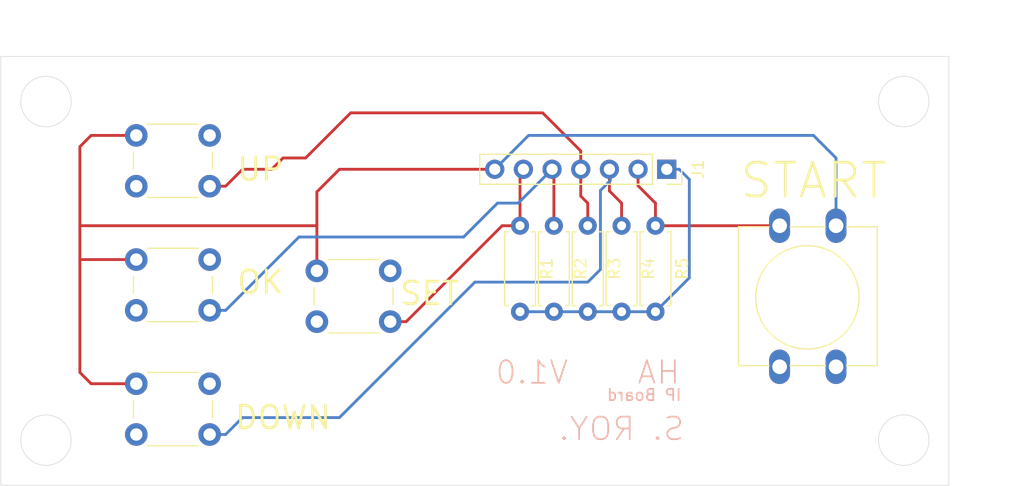
<source format=kicad_pcb>
(kicad_pcb (version 20171130) (host pcbnew "(5.1.5)-3")

  (general
    (thickness 1.6)
    (drawings 14)
    (tracks 66)
    (zones 0)
    (modules 11)
    (nets 8)
  )

  (page A4)
  (layers
    (0 F.Cu signal)
    (31 B.Cu signal)
    (32 B.Adhes user)
    (33 F.Adhes user)
    (34 B.Paste user)
    (35 F.Paste user)
    (36 B.SilkS user)
    (37 F.SilkS user)
    (38 B.Mask user)
    (39 F.Mask user)
    (40 Dwgs.User user)
    (41 Cmts.User user)
    (42 Eco1.User user)
    (43 Eco2.User user)
    (44 Edge.Cuts user)
    (45 Margin user)
    (46 B.CrtYd user)
    (47 F.CrtYd user)
    (48 B.Fab user)
    (49 F.Fab user)
  )

  (setup
    (last_trace_width 0.25)
    (trace_clearance 0.2)
    (zone_clearance 0.508)
    (zone_45_only no)
    (trace_min 0.2)
    (via_size 0.8)
    (via_drill 0.4)
    (via_min_size 0.4)
    (via_min_drill 0.3)
    (uvia_size 0.3)
    (uvia_drill 0.1)
    (uvias_allowed no)
    (uvia_min_size 0.2)
    (uvia_min_drill 0.1)
    (edge_width 0.05)
    (segment_width 0.2)
    (pcb_text_width 0.3)
    (pcb_text_size 1.5 1.5)
    (mod_edge_width 0.12)
    (mod_text_size 1 1)
    (mod_text_width 0.15)
    (pad_size 1.524 1.524)
    (pad_drill 0.762)
    (pad_to_mask_clearance 0.051)
    (solder_mask_min_width 0.25)
    (aux_axis_origin 0 0)
    (visible_elements 7FFFFFFF)
    (pcbplotparams
      (layerselection 0x010f0_ffffffff)
      (usegerberextensions false)
      (usegerberattributes false)
      (usegerberadvancedattributes false)
      (creategerberjobfile false)
      (excludeedgelayer true)
      (linewidth 0.100000)
      (plotframeref false)
      (viasonmask false)
      (mode 1)
      (useauxorigin false)
      (hpglpennumber 1)
      (hpglpenspeed 20)
      (hpglpendiameter 15.000000)
      (psnegative false)
      (psa4output false)
      (plotreference true)
      (plotvalue true)
      (plotinvisibletext false)
      (padsonsilk false)
      (subtractmaskfromsilk false)
      (outputformat 1)
      (mirror false)
      (drillshape 0)
      (scaleselection 1)
      (outputdirectory "Gerber/"))
  )

  (net 0 "")
  (net 1 5V-P)
  (net 2 SET_BTN)
  (net 3 OK_BTN)
  (net 4 UP_BTN)
  (net 5 DOWN_BTN)
  (net 6 START_BTN)
  (net 7 GND)

  (net_class Default "This is the default net class."
    (clearance 0.2)
    (trace_width 0.25)
    (via_dia 0.8)
    (via_drill 0.4)
    (uvia_dia 0.3)
    (uvia_drill 0.1)
    (add_net 5V-P)
    (add_net DOWN_BTN)
    (add_net GND)
    (add_net OK_BTN)
    (add_net SET_BTN)
    (add_net START_BTN)
    (add_net UP_BTN)
  )

  (module Button_Switch_THT:SW_PUSH-12mm (layer F.Cu) (tedit 5D160D14) (tstamp 5F135331)
    (at 138 82 270)
    (descr "SW PUSH 12mm https://www.e-switch.com/system/asset/product_line/data_sheet/143/TL1100.pdf")
    (tags "tact sw push 12mm")
    (path /5F13542D)
    (fp_text reference START (at -4 2 180) (layer F.SilkS)
      (effects (font (size 3 3) (thickness 0.25)))
    )
    (fp_text value Start (at 6.62 9.93 90) (layer F.Fab)
      (effects (font (size 1 1) (thickness 0.15)))
    )
    (fp_line (start 12.4 -3.65) (end 12.4 -0.93) (layer F.SilkS) (width 0.12))
    (fp_line (start 12.4 5.93) (end 12.4 8.65) (layer F.SilkS) (width 0.12))
    (fp_line (start 0.1 4.07) (end 0.1 0.93) (layer F.SilkS) (width 0.12))
    (fp_line (start 0.1 8.65) (end 0.1 5.93) (layer F.SilkS) (width 0.12))
    (fp_line (start 0.25 -3.5) (end 0.25 8.5) (layer F.Fab) (width 0.1))
    (fp_circle (center 6.35 2.54) (end 10.16 5.08) (layer F.SilkS) (width 0.12))
    (fp_line (start 14.25 8.75) (end -1.77 8.75) (layer F.CrtYd) (width 0.05))
    (fp_line (start 14.25 8.75) (end 14.25 -3.75) (layer F.CrtYd) (width 0.05))
    (fp_line (start -1.77 -3.75) (end -1.77 8.75) (layer F.CrtYd) (width 0.05))
    (fp_line (start -1.77 -3.75) (end 14.25 -3.75) (layer F.CrtYd) (width 0.05))
    (fp_line (start 0.1 -0.93) (end 0.1 -3.65) (layer F.SilkS) (width 0.12))
    (fp_line (start 12.4 8.65) (end 0.1 8.65) (layer F.SilkS) (width 0.12))
    (fp_line (start 12.4 0.93) (end 12.4 4.07) (layer F.SilkS) (width 0.12))
    (fp_line (start 0.1 -3.65) (end 12.4 -3.65) (layer F.SilkS) (width 0.12))
    (fp_text user %R (at 7 3 90) (layer F.Fab)
      (effects (font (size 1 1) (thickness 0.15)))
    )
    (fp_line (start 12.25 -3.5) (end 12.25 8.5) (layer F.Fab) (width 0.1))
    (fp_line (start 0.25 -3.5) (end 12.25 -3.5) (layer F.Fab) (width 0.1))
    (fp_line (start 0.25 8.5) (end 12.25 8.5) (layer F.Fab) (width 0.1))
    (pad 2 thru_hole oval (at 0 5 270) (size 3.048 1.85) (drill 1.3) (layers *.Cu *.Mask)
      (net 6 START_BTN))
    (pad 1 thru_hole oval (at 0 0 270) (size 3.048 1.85) (drill 1.3) (layers *.Cu *.Mask)
      (net 1 5V-P))
    (pad 2 thru_hole oval (at 12.5 5 270) (size 3.048 1.85) (drill 1.3) (layers *.Cu *.Mask)
      (net 6 START_BTN))
    (pad 1 thru_hole oval (at 12.5 0 270) (size 3.048 1.85) (drill 1.3) (layers *.Cu *.Mask)
      (net 1 5V-P))
    (model ${KISYS3DMOD}/Button_Switch_THT.3dshapes/SW_PUSH-12mm.wrl
      (at (xyz 0 0 0))
      (scale (xyz 1 1 1))
      (rotate (xyz 0 0 0))
    )
  )

  (module Button_Switch_THT:SW_PUSH_6mm (layer F.Cu) (tedit 5A02FE31) (tstamp 5F135317)
    (at 76 96)
    (descr https://www.omron.com/ecb/products/pdf/en-b3f.pdf)
    (tags "tact sw push 6mm")
    (path /5F13507D)
    (fp_text reference DOWN (at 13 3) (layer F.SilkS)
      (effects (font (size 2 2) (thickness 0.25)))
    )
    (fp_text value DOWN (at 3.75 6.7) (layer F.Fab)
      (effects (font (size 1 1) (thickness 0.15)))
    )
    (fp_circle (center 3.25 2.25) (end 1.25 2.5) (layer F.Fab) (width 0.1))
    (fp_line (start 6.75 3) (end 6.75 1.5) (layer F.SilkS) (width 0.12))
    (fp_line (start 5.5 -1) (end 1 -1) (layer F.SilkS) (width 0.12))
    (fp_line (start -0.25 1.5) (end -0.25 3) (layer F.SilkS) (width 0.12))
    (fp_line (start 1 5.5) (end 5.5 5.5) (layer F.SilkS) (width 0.12))
    (fp_line (start 8 -1.25) (end 8 5.75) (layer F.CrtYd) (width 0.05))
    (fp_line (start 7.75 6) (end -1.25 6) (layer F.CrtYd) (width 0.05))
    (fp_line (start -1.5 5.75) (end -1.5 -1.25) (layer F.CrtYd) (width 0.05))
    (fp_line (start -1.25 -1.5) (end 7.75 -1.5) (layer F.CrtYd) (width 0.05))
    (fp_line (start -1.5 6) (end -1.25 6) (layer F.CrtYd) (width 0.05))
    (fp_line (start -1.5 5.75) (end -1.5 6) (layer F.CrtYd) (width 0.05))
    (fp_line (start -1.5 -1.5) (end -1.25 -1.5) (layer F.CrtYd) (width 0.05))
    (fp_line (start -1.5 -1.25) (end -1.5 -1.5) (layer F.CrtYd) (width 0.05))
    (fp_line (start 8 -1.5) (end 8 -1.25) (layer F.CrtYd) (width 0.05))
    (fp_line (start 7.75 -1.5) (end 8 -1.5) (layer F.CrtYd) (width 0.05))
    (fp_line (start 8 6) (end 8 5.75) (layer F.CrtYd) (width 0.05))
    (fp_line (start 7.75 6) (end 8 6) (layer F.CrtYd) (width 0.05))
    (fp_line (start 0.25 -0.75) (end 3.25 -0.75) (layer F.Fab) (width 0.1))
    (fp_line (start 0.25 5.25) (end 0.25 -0.75) (layer F.Fab) (width 0.1))
    (fp_line (start 6.25 5.25) (end 0.25 5.25) (layer F.Fab) (width 0.1))
    (fp_line (start 6.25 -0.75) (end 6.25 5.25) (layer F.Fab) (width 0.1))
    (fp_line (start 3.25 -0.75) (end 6.25 -0.75) (layer F.Fab) (width 0.1))
    (fp_text user %R (at 3.25 2.25) (layer F.Fab)
      (effects (font (size 1 1) (thickness 0.15)))
    )
    (pad 1 thru_hole circle (at 6.5 0 90) (size 2 2) (drill 1.1) (layers *.Cu *.Mask)
      (net 1 5V-P))
    (pad 2 thru_hole circle (at 6.5 4.5 90) (size 2 2) (drill 1.1) (layers *.Cu *.Mask)
      (net 5 DOWN_BTN))
    (pad 1 thru_hole circle (at 0 0 90) (size 2 2) (drill 1.1) (layers *.Cu *.Mask)
      (net 1 5V-P))
    (pad 2 thru_hole circle (at 0 4.5 90) (size 2 2) (drill 1.1) (layers *.Cu *.Mask)
      (net 5 DOWN_BTN))
    (model ${KISYS3DMOD}/Button_Switch_THT.3dshapes/SW_PUSH_6mm.wrl
      (at (xyz 0 0 0))
      (scale (xyz 1 1 1))
      (rotate (xyz 0 0 0))
    )
  )

  (module Button_Switch_THT:SW_PUSH_6mm (layer F.Cu) (tedit 5A02FE31) (tstamp 5F1352F8)
    (at 76 74)
    (descr https://www.omron.com/ecb/products/pdf/en-b3f.pdf)
    (tags "tact sw push 6mm")
    (path /5F13450C)
    (fp_text reference UP (at 11 3) (layer F.SilkS)
      (effects (font (size 2 2) (thickness 0.25)))
    )
    (fp_text value UP (at 3.75 6.7) (layer F.Fab)
      (effects (font (size 1 1) (thickness 0.15)))
    )
    (fp_circle (center 3.25 2.25) (end 1.25 2.5) (layer F.Fab) (width 0.1))
    (fp_line (start 6.75 3) (end 6.75 1.5) (layer F.SilkS) (width 0.12))
    (fp_line (start 5.5 -1) (end 1 -1) (layer F.SilkS) (width 0.12))
    (fp_line (start -0.25 1.5) (end -0.25 3) (layer F.SilkS) (width 0.12))
    (fp_line (start 1 5.5) (end 5.5 5.5) (layer F.SilkS) (width 0.12))
    (fp_line (start 8 -1.25) (end 8 5.75) (layer F.CrtYd) (width 0.05))
    (fp_line (start 7.75 6) (end -1.25 6) (layer F.CrtYd) (width 0.05))
    (fp_line (start -1.5 5.75) (end -1.5 -1.25) (layer F.CrtYd) (width 0.05))
    (fp_line (start -1.25 -1.5) (end 7.75 -1.5) (layer F.CrtYd) (width 0.05))
    (fp_line (start -1.5 6) (end -1.25 6) (layer F.CrtYd) (width 0.05))
    (fp_line (start -1.5 5.75) (end -1.5 6) (layer F.CrtYd) (width 0.05))
    (fp_line (start -1.5 -1.5) (end -1.25 -1.5) (layer F.CrtYd) (width 0.05))
    (fp_line (start -1.5 -1.25) (end -1.5 -1.5) (layer F.CrtYd) (width 0.05))
    (fp_line (start 8 -1.5) (end 8 -1.25) (layer F.CrtYd) (width 0.05))
    (fp_line (start 7.75 -1.5) (end 8 -1.5) (layer F.CrtYd) (width 0.05))
    (fp_line (start 8 6) (end 8 5.75) (layer F.CrtYd) (width 0.05))
    (fp_line (start 7.75 6) (end 8 6) (layer F.CrtYd) (width 0.05))
    (fp_line (start 0.25 -0.75) (end 3.25 -0.75) (layer F.Fab) (width 0.1))
    (fp_line (start 0.25 5.25) (end 0.25 -0.75) (layer F.Fab) (width 0.1))
    (fp_line (start 6.25 5.25) (end 0.25 5.25) (layer F.Fab) (width 0.1))
    (fp_line (start 6.25 -0.75) (end 6.25 5.25) (layer F.Fab) (width 0.1))
    (fp_line (start 3.25 -0.75) (end 6.25 -0.75) (layer F.Fab) (width 0.1))
    (fp_text user %R (at 3.25 2.25) (layer F.Fab)
      (effects (font (size 1 1) (thickness 0.15)))
    )
    (pad 1 thru_hole circle (at 6.5 0 90) (size 2 2) (drill 1.1) (layers *.Cu *.Mask)
      (net 1 5V-P))
    (pad 2 thru_hole circle (at 6.5 4.5 90) (size 2 2) (drill 1.1) (layers *.Cu *.Mask)
      (net 4 UP_BTN))
    (pad 1 thru_hole circle (at 0 0 90) (size 2 2) (drill 1.1) (layers *.Cu *.Mask)
      (net 1 5V-P))
    (pad 2 thru_hole circle (at 0 4.5 90) (size 2 2) (drill 1.1) (layers *.Cu *.Mask)
      (net 4 UP_BTN))
    (model ${KISYS3DMOD}/Button_Switch_THT.3dshapes/SW_PUSH_6mm.wrl
      (at (xyz 0 0 0))
      (scale (xyz 1 1 1))
      (rotate (xyz 0 0 0))
    )
  )

  (module Button_Switch_THT:SW_PUSH_6mm (layer F.Cu) (tedit 5A02FE31) (tstamp 5F1352D9)
    (at 76 85)
    (descr https://www.omron.com/ecb/products/pdf/en-b3f.pdf)
    (tags "tact sw push 6mm")
    (path /5F133BA5)
    (fp_text reference OK (at 11 2) (layer F.SilkS)
      (effects (font (size 2 2) (thickness 0.25)))
    )
    (fp_text value OK (at 3.75 6.7) (layer F.Fab)
      (effects (font (size 1 1) (thickness 0.15)))
    )
    (fp_circle (center 3.25 2.25) (end 1.25 2.5) (layer F.Fab) (width 0.1))
    (fp_line (start 6.75 3) (end 6.75 1.5) (layer F.SilkS) (width 0.12))
    (fp_line (start 5.5 -1) (end 1 -1) (layer F.SilkS) (width 0.12))
    (fp_line (start -0.25 1.5) (end -0.25 3) (layer F.SilkS) (width 0.12))
    (fp_line (start 1 5.5) (end 5.5 5.5) (layer F.SilkS) (width 0.12))
    (fp_line (start 8 -1.25) (end 8 5.75) (layer F.CrtYd) (width 0.05))
    (fp_line (start 7.75 6) (end -1.25 6) (layer F.CrtYd) (width 0.05))
    (fp_line (start -1.5 5.75) (end -1.5 -1.25) (layer F.CrtYd) (width 0.05))
    (fp_line (start -1.25 -1.5) (end 7.75 -1.5) (layer F.CrtYd) (width 0.05))
    (fp_line (start -1.5 6) (end -1.25 6) (layer F.CrtYd) (width 0.05))
    (fp_line (start -1.5 5.75) (end -1.5 6) (layer F.CrtYd) (width 0.05))
    (fp_line (start -1.5 -1.5) (end -1.25 -1.5) (layer F.CrtYd) (width 0.05))
    (fp_line (start -1.5 -1.25) (end -1.5 -1.5) (layer F.CrtYd) (width 0.05))
    (fp_line (start 8 -1.5) (end 8 -1.25) (layer F.CrtYd) (width 0.05))
    (fp_line (start 7.75 -1.5) (end 8 -1.5) (layer F.CrtYd) (width 0.05))
    (fp_line (start 8 6) (end 8 5.75) (layer F.CrtYd) (width 0.05))
    (fp_line (start 7.75 6) (end 8 6) (layer F.CrtYd) (width 0.05))
    (fp_line (start 0.25 -0.75) (end 3.25 -0.75) (layer F.Fab) (width 0.1))
    (fp_line (start 0.25 5.25) (end 0.25 -0.75) (layer F.Fab) (width 0.1))
    (fp_line (start 6.25 5.25) (end 0.25 5.25) (layer F.Fab) (width 0.1))
    (fp_line (start 6.25 -0.75) (end 6.25 5.25) (layer F.Fab) (width 0.1))
    (fp_line (start 3.25 -0.75) (end 6.25 -0.75) (layer F.Fab) (width 0.1))
    (fp_text user %R (at 3.25 2.25) (layer F.Fab)
      (effects (font (size 1 1) (thickness 0.15)))
    )
    (pad 1 thru_hole circle (at 6.5 0 90) (size 2 2) (drill 1.1) (layers *.Cu *.Mask)
      (net 1 5V-P))
    (pad 2 thru_hole circle (at 6.5 4.5 90) (size 2 2) (drill 1.1) (layers *.Cu *.Mask)
      (net 3 OK_BTN))
    (pad 1 thru_hole circle (at 0 0 90) (size 2 2) (drill 1.1) (layers *.Cu *.Mask)
      (net 1 5V-P))
    (pad 2 thru_hole circle (at 0 4.5 90) (size 2 2) (drill 1.1) (layers *.Cu *.Mask)
      (net 3 OK_BTN))
    (model ${KISYS3DMOD}/Button_Switch_THT.3dshapes/SW_PUSH_6mm.wrl
      (at (xyz 0 0 0))
      (scale (xyz 1 1 1))
      (rotate (xyz 0 0 0))
    )
  )

  (module Button_Switch_THT:SW_PUSH_6mm (layer F.Cu) (tedit 5A02FE31) (tstamp 5F1352BA)
    (at 92 86)
    (descr https://www.omron.com/ecb/products/pdf/en-b3f.pdf)
    (tags "tact sw push 6mm")
    (path /5F134CBC)
    (fp_text reference SET (at 10 2) (layer F.SilkS)
      (effects (font (size 2 2) (thickness 0.25)))
    )
    (fp_text value SETUP (at 3.75 6.7) (layer F.Fab)
      (effects (font (size 1 1) (thickness 0.15)))
    )
    (fp_circle (center 3.25 2.25) (end 1.25 2.5) (layer F.Fab) (width 0.1))
    (fp_line (start 6.75 3) (end 6.75 1.5) (layer F.SilkS) (width 0.12))
    (fp_line (start 5.5 -1) (end 1 -1) (layer F.SilkS) (width 0.12))
    (fp_line (start -0.25 1.5) (end -0.25 3) (layer F.SilkS) (width 0.12))
    (fp_line (start 1 5.5) (end 5.5 5.5) (layer F.SilkS) (width 0.12))
    (fp_line (start 8 -1.25) (end 8 5.75) (layer F.CrtYd) (width 0.05))
    (fp_line (start 7.75 6) (end -1.25 6) (layer F.CrtYd) (width 0.05))
    (fp_line (start -1.5 5.75) (end -1.5 -1.25) (layer F.CrtYd) (width 0.05))
    (fp_line (start -1.25 -1.5) (end 7.75 -1.5) (layer F.CrtYd) (width 0.05))
    (fp_line (start -1.5 6) (end -1.25 6) (layer F.CrtYd) (width 0.05))
    (fp_line (start -1.5 5.75) (end -1.5 6) (layer F.CrtYd) (width 0.05))
    (fp_line (start -1.5 -1.5) (end -1.25 -1.5) (layer F.CrtYd) (width 0.05))
    (fp_line (start -1.5 -1.25) (end -1.5 -1.5) (layer F.CrtYd) (width 0.05))
    (fp_line (start 8 -1.5) (end 8 -1.25) (layer F.CrtYd) (width 0.05))
    (fp_line (start 7.75 -1.5) (end 8 -1.5) (layer F.CrtYd) (width 0.05))
    (fp_line (start 8 6) (end 8 5.75) (layer F.CrtYd) (width 0.05))
    (fp_line (start 7.75 6) (end 8 6) (layer F.CrtYd) (width 0.05))
    (fp_line (start 0.25 -0.75) (end 3.25 -0.75) (layer F.Fab) (width 0.1))
    (fp_line (start 0.25 5.25) (end 0.25 -0.75) (layer F.Fab) (width 0.1))
    (fp_line (start 6.25 5.25) (end 0.25 5.25) (layer F.Fab) (width 0.1))
    (fp_line (start 6.25 -0.75) (end 6.25 5.25) (layer F.Fab) (width 0.1))
    (fp_line (start 3.25 -0.75) (end 6.25 -0.75) (layer F.Fab) (width 0.1))
    (fp_text user %R (at 3.25 2.25) (layer F.Fab)
      (effects (font (size 1 1) (thickness 0.15)))
    )
    (pad 1 thru_hole circle (at 6.5 0 90) (size 2 2) (drill 1.1) (layers *.Cu *.Mask)
      (net 1 5V-P))
    (pad 2 thru_hole circle (at 6.5 4.5 90) (size 2 2) (drill 1.1) (layers *.Cu *.Mask)
      (net 2 SET_BTN))
    (pad 1 thru_hole circle (at 0 0 90) (size 2 2) (drill 1.1) (layers *.Cu *.Mask)
      (net 1 5V-P))
    (pad 2 thru_hole circle (at 0 4.5 90) (size 2 2) (drill 1.1) (layers *.Cu *.Mask)
      (net 2 SET_BTN))
    (model ${KISYS3DMOD}/Button_Switch_THT.3dshapes/SW_PUSH_6mm.wrl
      (at (xyz 0 0 0))
      (scale (xyz 1 1 1))
      (rotate (xyz 0 0 0))
    )
  )

  (module Resistor_THT:R_Axial_DIN0207_L6.3mm_D2.5mm_P7.62mm_Horizontal (layer F.Cu) (tedit 5AE5139B) (tstamp 5F13529B)
    (at 122 82 270)
    (descr "Resistor, Axial_DIN0207 series, Axial, Horizontal, pin pitch=7.62mm, 0.25W = 1/4W, length*diameter=6.3*2.5mm^2, http://cdn-reichelt.de/documents/datenblatt/B400/1_4W%23YAG.pdf")
    (tags "Resistor Axial_DIN0207 series Axial Horizontal pin pitch 7.62mm 0.25W = 1/4W length 6.3mm diameter 2.5mm")
    (path /5F14A72D)
    (fp_text reference R5 (at 3.81 -2.37 90) (layer F.SilkS)
      (effects (font (size 1 1) (thickness 0.15)))
    )
    (fp_text value 1k (at 3.81 2.37 90) (layer F.Fab)
      (effects (font (size 1 1) (thickness 0.15)))
    )
    (fp_text user %R (at 3.81 0 90) (layer F.Fab)
      (effects (font (size 1 1) (thickness 0.15)))
    )
    (fp_line (start 8.67 -1.5) (end -1.05 -1.5) (layer F.CrtYd) (width 0.05))
    (fp_line (start 8.67 1.5) (end 8.67 -1.5) (layer F.CrtYd) (width 0.05))
    (fp_line (start -1.05 1.5) (end 8.67 1.5) (layer F.CrtYd) (width 0.05))
    (fp_line (start -1.05 -1.5) (end -1.05 1.5) (layer F.CrtYd) (width 0.05))
    (fp_line (start 7.08 1.37) (end 7.08 1.04) (layer F.SilkS) (width 0.12))
    (fp_line (start 0.54 1.37) (end 7.08 1.37) (layer F.SilkS) (width 0.12))
    (fp_line (start 0.54 1.04) (end 0.54 1.37) (layer F.SilkS) (width 0.12))
    (fp_line (start 7.08 -1.37) (end 7.08 -1.04) (layer F.SilkS) (width 0.12))
    (fp_line (start 0.54 -1.37) (end 7.08 -1.37) (layer F.SilkS) (width 0.12))
    (fp_line (start 0.54 -1.04) (end 0.54 -1.37) (layer F.SilkS) (width 0.12))
    (fp_line (start 7.62 0) (end 6.96 0) (layer F.Fab) (width 0.1))
    (fp_line (start 0 0) (end 0.66 0) (layer F.Fab) (width 0.1))
    (fp_line (start 6.96 -1.25) (end 0.66 -1.25) (layer F.Fab) (width 0.1))
    (fp_line (start 6.96 1.25) (end 6.96 -1.25) (layer F.Fab) (width 0.1))
    (fp_line (start 0.66 1.25) (end 6.96 1.25) (layer F.Fab) (width 0.1))
    (fp_line (start 0.66 -1.25) (end 0.66 1.25) (layer F.Fab) (width 0.1))
    (pad 2 thru_hole oval (at 7.62 0 270) (size 1.6 1.6) (drill 0.8) (layers *.Cu *.Mask)
      (net 7 GND))
    (pad 1 thru_hole circle (at 0 0 270) (size 1.6 1.6) (drill 0.8) (layers *.Cu *.Mask)
      (net 6 START_BTN))
    (model ${KISYS3DMOD}/Resistor_THT.3dshapes/R_Axial_DIN0207_L6.3mm_D2.5mm_P7.62mm_Horizontal.wrl
      (at (xyz 0 0 0))
      (scale (xyz 1 1 1))
      (rotate (xyz 0 0 0))
    )
  )

  (module Resistor_THT:R_Axial_DIN0207_L6.3mm_D2.5mm_P7.62mm_Horizontal (layer F.Cu) (tedit 5AE5139B) (tstamp 5F135284)
    (at 119 82 270)
    (descr "Resistor, Axial_DIN0207 series, Axial, Horizontal, pin pitch=7.62mm, 0.25W = 1/4W, length*diameter=6.3*2.5mm^2, http://cdn-reichelt.de/documents/datenblatt/B400/1_4W%23YAG.pdf")
    (tags "Resistor Axial_DIN0207 series Axial Horizontal pin pitch 7.62mm 0.25W = 1/4W length 6.3mm diameter 2.5mm")
    (path /5F14A383)
    (fp_text reference R4 (at 3.81 -2.37 90) (layer F.SilkS)
      (effects (font (size 1 1) (thickness 0.15)))
    )
    (fp_text value 1K (at 3.81 2.37 90) (layer F.Fab)
      (effects (font (size 1 1) (thickness 0.15)))
    )
    (fp_text user %R (at 3.81 0 90) (layer F.Fab)
      (effects (font (size 1 1) (thickness 0.15)))
    )
    (fp_line (start 8.67 -1.5) (end -1.05 -1.5) (layer F.CrtYd) (width 0.05))
    (fp_line (start 8.67 1.5) (end 8.67 -1.5) (layer F.CrtYd) (width 0.05))
    (fp_line (start -1.05 1.5) (end 8.67 1.5) (layer F.CrtYd) (width 0.05))
    (fp_line (start -1.05 -1.5) (end -1.05 1.5) (layer F.CrtYd) (width 0.05))
    (fp_line (start 7.08 1.37) (end 7.08 1.04) (layer F.SilkS) (width 0.12))
    (fp_line (start 0.54 1.37) (end 7.08 1.37) (layer F.SilkS) (width 0.12))
    (fp_line (start 0.54 1.04) (end 0.54 1.37) (layer F.SilkS) (width 0.12))
    (fp_line (start 7.08 -1.37) (end 7.08 -1.04) (layer F.SilkS) (width 0.12))
    (fp_line (start 0.54 -1.37) (end 7.08 -1.37) (layer F.SilkS) (width 0.12))
    (fp_line (start 0.54 -1.04) (end 0.54 -1.37) (layer F.SilkS) (width 0.12))
    (fp_line (start 7.62 0) (end 6.96 0) (layer F.Fab) (width 0.1))
    (fp_line (start 0 0) (end 0.66 0) (layer F.Fab) (width 0.1))
    (fp_line (start 6.96 -1.25) (end 0.66 -1.25) (layer F.Fab) (width 0.1))
    (fp_line (start 6.96 1.25) (end 6.96 -1.25) (layer F.Fab) (width 0.1))
    (fp_line (start 0.66 1.25) (end 6.96 1.25) (layer F.Fab) (width 0.1))
    (fp_line (start 0.66 -1.25) (end 0.66 1.25) (layer F.Fab) (width 0.1))
    (pad 2 thru_hole oval (at 7.62 0 270) (size 1.6 1.6) (drill 0.8) (layers *.Cu *.Mask)
      (net 7 GND))
    (pad 1 thru_hole circle (at 0 0 270) (size 1.6 1.6) (drill 0.8) (layers *.Cu *.Mask)
      (net 5 DOWN_BTN))
    (model ${KISYS3DMOD}/Resistor_THT.3dshapes/R_Axial_DIN0207_L6.3mm_D2.5mm_P7.62mm_Horizontal.wrl
      (at (xyz 0 0 0))
      (scale (xyz 1 1 1))
      (rotate (xyz 0 0 0))
    )
  )

  (module Resistor_THT:R_Axial_DIN0207_L6.3mm_D2.5mm_P7.62mm_Horizontal (layer F.Cu) (tedit 5AE5139B) (tstamp 5F13526D)
    (at 116 82 270)
    (descr "Resistor, Axial_DIN0207 series, Axial, Horizontal, pin pitch=7.62mm, 0.25W = 1/4W, length*diameter=6.3*2.5mm^2, http://cdn-reichelt.de/documents/datenblatt/B400/1_4W%23YAG.pdf")
    (tags "Resistor Axial_DIN0207 series Axial Horizontal pin pitch 7.62mm 0.25W = 1/4W length 6.3mm diameter 2.5mm")
    (path /5F14A164)
    (fp_text reference R3 (at 3.81 -2.37 90) (layer F.SilkS)
      (effects (font (size 1 1) (thickness 0.15)))
    )
    (fp_text value 1K (at 3.81 2.37 90) (layer F.Fab)
      (effects (font (size 1 1) (thickness 0.15)))
    )
    (fp_text user %R (at 3.81 0 90) (layer F.Fab)
      (effects (font (size 1 1) (thickness 0.15)))
    )
    (fp_line (start 8.67 -1.5) (end -1.05 -1.5) (layer F.CrtYd) (width 0.05))
    (fp_line (start 8.67 1.5) (end 8.67 -1.5) (layer F.CrtYd) (width 0.05))
    (fp_line (start -1.05 1.5) (end 8.67 1.5) (layer F.CrtYd) (width 0.05))
    (fp_line (start -1.05 -1.5) (end -1.05 1.5) (layer F.CrtYd) (width 0.05))
    (fp_line (start 7.08 1.37) (end 7.08 1.04) (layer F.SilkS) (width 0.12))
    (fp_line (start 0.54 1.37) (end 7.08 1.37) (layer F.SilkS) (width 0.12))
    (fp_line (start 0.54 1.04) (end 0.54 1.37) (layer F.SilkS) (width 0.12))
    (fp_line (start 7.08 -1.37) (end 7.08 -1.04) (layer F.SilkS) (width 0.12))
    (fp_line (start 0.54 -1.37) (end 7.08 -1.37) (layer F.SilkS) (width 0.12))
    (fp_line (start 0.54 -1.04) (end 0.54 -1.37) (layer F.SilkS) (width 0.12))
    (fp_line (start 7.62 0) (end 6.96 0) (layer F.Fab) (width 0.1))
    (fp_line (start 0 0) (end 0.66 0) (layer F.Fab) (width 0.1))
    (fp_line (start 6.96 -1.25) (end 0.66 -1.25) (layer F.Fab) (width 0.1))
    (fp_line (start 6.96 1.25) (end 6.96 -1.25) (layer F.Fab) (width 0.1))
    (fp_line (start 0.66 1.25) (end 6.96 1.25) (layer F.Fab) (width 0.1))
    (fp_line (start 0.66 -1.25) (end 0.66 1.25) (layer F.Fab) (width 0.1))
    (pad 2 thru_hole oval (at 7.62 0 270) (size 1.6 1.6) (drill 0.8) (layers *.Cu *.Mask)
      (net 7 GND))
    (pad 1 thru_hole circle (at 0 0 270) (size 1.6 1.6) (drill 0.8) (layers *.Cu *.Mask)
      (net 4 UP_BTN))
    (model ${KISYS3DMOD}/Resistor_THT.3dshapes/R_Axial_DIN0207_L6.3mm_D2.5mm_P7.62mm_Horizontal.wrl
      (at (xyz 0 0 0))
      (scale (xyz 1 1 1))
      (rotate (xyz 0 0 0))
    )
  )

  (module Resistor_THT:R_Axial_DIN0207_L6.3mm_D2.5mm_P7.62mm_Horizontal (layer F.Cu) (tedit 5AE5139B) (tstamp 5F135256)
    (at 113 82 270)
    (descr "Resistor, Axial_DIN0207 series, Axial, Horizontal, pin pitch=7.62mm, 0.25W = 1/4W, length*diameter=6.3*2.5mm^2, http://cdn-reichelt.de/documents/datenblatt/B400/1_4W%23YAG.pdf")
    (tags "Resistor Axial_DIN0207 series Axial Horizontal pin pitch 7.62mm 0.25W = 1/4W length 6.3mm diameter 2.5mm")
    (path /5F149EA8)
    (fp_text reference R2 (at 3.81 -2.37 90) (layer F.SilkS)
      (effects (font (size 1 1) (thickness 0.15)))
    )
    (fp_text value 1K (at 3.81 2.37 90) (layer F.Fab)
      (effects (font (size 1 1) (thickness 0.15)))
    )
    (fp_text user %R (at 3.81 0 90) (layer F.Fab)
      (effects (font (size 1 1) (thickness 0.15)))
    )
    (fp_line (start 8.67 -1.5) (end -1.05 -1.5) (layer F.CrtYd) (width 0.05))
    (fp_line (start 8.67 1.5) (end 8.67 -1.5) (layer F.CrtYd) (width 0.05))
    (fp_line (start -1.05 1.5) (end 8.67 1.5) (layer F.CrtYd) (width 0.05))
    (fp_line (start -1.05 -1.5) (end -1.05 1.5) (layer F.CrtYd) (width 0.05))
    (fp_line (start 7.08 1.37) (end 7.08 1.04) (layer F.SilkS) (width 0.12))
    (fp_line (start 0.54 1.37) (end 7.08 1.37) (layer F.SilkS) (width 0.12))
    (fp_line (start 0.54 1.04) (end 0.54 1.37) (layer F.SilkS) (width 0.12))
    (fp_line (start 7.08 -1.37) (end 7.08 -1.04) (layer F.SilkS) (width 0.12))
    (fp_line (start 0.54 -1.37) (end 7.08 -1.37) (layer F.SilkS) (width 0.12))
    (fp_line (start 0.54 -1.04) (end 0.54 -1.37) (layer F.SilkS) (width 0.12))
    (fp_line (start 7.62 0) (end 6.96 0) (layer F.Fab) (width 0.1))
    (fp_line (start 0 0) (end 0.66 0) (layer F.Fab) (width 0.1))
    (fp_line (start 6.96 -1.25) (end 0.66 -1.25) (layer F.Fab) (width 0.1))
    (fp_line (start 6.96 1.25) (end 6.96 -1.25) (layer F.Fab) (width 0.1))
    (fp_line (start 0.66 1.25) (end 6.96 1.25) (layer F.Fab) (width 0.1))
    (fp_line (start 0.66 -1.25) (end 0.66 1.25) (layer F.Fab) (width 0.1))
    (pad 2 thru_hole oval (at 7.62 0 270) (size 1.6 1.6) (drill 0.8) (layers *.Cu *.Mask)
      (net 7 GND))
    (pad 1 thru_hole circle (at 0 0 270) (size 1.6 1.6) (drill 0.8) (layers *.Cu *.Mask)
      (net 3 OK_BTN))
    (model ${KISYS3DMOD}/Resistor_THT.3dshapes/R_Axial_DIN0207_L6.3mm_D2.5mm_P7.62mm_Horizontal.wrl
      (at (xyz 0 0 0))
      (scale (xyz 1 1 1))
      (rotate (xyz 0 0 0))
    )
  )

  (module Resistor_THT:R_Axial_DIN0207_L6.3mm_D2.5mm_P7.62mm_Horizontal (layer F.Cu) (tedit 5AE5139B) (tstamp 5F13523F)
    (at 110 82 270)
    (descr "Resistor, Axial_DIN0207 series, Axial, Horizontal, pin pitch=7.62mm, 0.25W = 1/4W, length*diameter=6.3*2.5mm^2, http://cdn-reichelt.de/documents/datenblatt/B400/1_4W%23YAG.pdf")
    (tags "Resistor Axial_DIN0207 series Axial Horizontal pin pitch 7.62mm 0.25W = 1/4W length 6.3mm diameter 2.5mm")
    (path /5F13D89E)
    (fp_text reference R1 (at 3.81 -2.37 90) (layer F.SilkS)
      (effects (font (size 1 1) (thickness 0.15)))
    )
    (fp_text value 1K (at 3.81 2.37 90) (layer F.Fab)
      (effects (font (size 1 1) (thickness 0.15)))
    )
    (fp_text user %R (at 3.81 0 90) (layer F.Fab)
      (effects (font (size 1 1) (thickness 0.15)))
    )
    (fp_line (start 8.67 -1.5) (end -1.05 -1.5) (layer F.CrtYd) (width 0.05))
    (fp_line (start 8.67 1.5) (end 8.67 -1.5) (layer F.CrtYd) (width 0.05))
    (fp_line (start -1.05 1.5) (end 8.67 1.5) (layer F.CrtYd) (width 0.05))
    (fp_line (start -1.05 -1.5) (end -1.05 1.5) (layer F.CrtYd) (width 0.05))
    (fp_line (start 7.08 1.37) (end 7.08 1.04) (layer F.SilkS) (width 0.12))
    (fp_line (start 0.54 1.37) (end 7.08 1.37) (layer F.SilkS) (width 0.12))
    (fp_line (start 0.54 1.04) (end 0.54 1.37) (layer F.SilkS) (width 0.12))
    (fp_line (start 7.08 -1.37) (end 7.08 -1.04) (layer F.SilkS) (width 0.12))
    (fp_line (start 0.54 -1.37) (end 7.08 -1.37) (layer F.SilkS) (width 0.12))
    (fp_line (start 0.54 -1.04) (end 0.54 -1.37) (layer F.SilkS) (width 0.12))
    (fp_line (start 7.62 0) (end 6.96 0) (layer F.Fab) (width 0.1))
    (fp_line (start 0 0) (end 0.66 0) (layer F.Fab) (width 0.1))
    (fp_line (start 6.96 -1.25) (end 0.66 -1.25) (layer F.Fab) (width 0.1))
    (fp_line (start 6.96 1.25) (end 6.96 -1.25) (layer F.Fab) (width 0.1))
    (fp_line (start 0.66 1.25) (end 6.96 1.25) (layer F.Fab) (width 0.1))
    (fp_line (start 0.66 -1.25) (end 0.66 1.25) (layer F.Fab) (width 0.1))
    (pad 2 thru_hole oval (at 7.62 0 270) (size 1.6 1.6) (drill 0.8) (layers *.Cu *.Mask)
      (net 7 GND))
    (pad 1 thru_hole circle (at 0 0 270) (size 1.6 1.6) (drill 0.8) (layers *.Cu *.Mask)
      (net 2 SET_BTN))
    (model ${KISYS3DMOD}/Resistor_THT.3dshapes/R_Axial_DIN0207_L6.3mm_D2.5mm_P7.62mm_Horizontal.wrl
      (at (xyz 0 0 0))
      (scale (xyz 1 1 1))
      (rotate (xyz 0 0 0))
    )
  )

  (module Connector_PinSocket_2.54mm:PinSocket_1x07_P2.54mm_Vertical (layer F.Cu) (tedit 5A19A433) (tstamp 5F135228)
    (at 123 77 270)
    (descr "Through hole straight socket strip, 1x07, 2.54mm pitch, single row (from Kicad 4.0.7), script generated")
    (tags "Through hole socket strip THT 1x07 2.54mm single row")
    (path /5F145944)
    (fp_text reference J1 (at 0 -2.77 90) (layer F.SilkS)
      (effects (font (size 1 1) (thickness 0.15)))
    )
    (fp_text value MAIN_Board_Connecto (at 0 18.01 90) (layer F.Fab)
      (effects (font (size 1 1) (thickness 0.15)))
    )
    (fp_text user %R (at 0 7.62) (layer F.Fab)
      (effects (font (size 1 1) (thickness 0.15)))
    )
    (fp_line (start -1.8 17) (end -1.8 -1.8) (layer F.CrtYd) (width 0.05))
    (fp_line (start 1.75 17) (end -1.8 17) (layer F.CrtYd) (width 0.05))
    (fp_line (start 1.75 -1.8) (end 1.75 17) (layer F.CrtYd) (width 0.05))
    (fp_line (start -1.8 -1.8) (end 1.75 -1.8) (layer F.CrtYd) (width 0.05))
    (fp_line (start 0 -1.33) (end 1.33 -1.33) (layer F.SilkS) (width 0.12))
    (fp_line (start 1.33 -1.33) (end 1.33 0) (layer F.SilkS) (width 0.12))
    (fp_line (start 1.33 1.27) (end 1.33 16.57) (layer F.SilkS) (width 0.12))
    (fp_line (start -1.33 16.57) (end 1.33 16.57) (layer F.SilkS) (width 0.12))
    (fp_line (start -1.33 1.27) (end -1.33 16.57) (layer F.SilkS) (width 0.12))
    (fp_line (start -1.33 1.27) (end 1.33 1.27) (layer F.SilkS) (width 0.12))
    (fp_line (start -1.27 16.51) (end -1.27 -1.27) (layer F.Fab) (width 0.1))
    (fp_line (start 1.27 16.51) (end -1.27 16.51) (layer F.Fab) (width 0.1))
    (fp_line (start 1.27 -0.635) (end 1.27 16.51) (layer F.Fab) (width 0.1))
    (fp_line (start 0.635 -1.27) (end 1.27 -0.635) (layer F.Fab) (width 0.1))
    (fp_line (start -1.27 -1.27) (end 0.635 -1.27) (layer F.Fab) (width 0.1))
    (pad 7 thru_hole oval (at 0 15.24 270) (size 1.7 1.7) (drill 1) (layers *.Cu *.Mask)
      (net 1 5V-P))
    (pad 6 thru_hole oval (at 0 12.7 270) (size 1.7 1.7) (drill 1) (layers *.Cu *.Mask)
      (net 2 SET_BTN))
    (pad 5 thru_hole oval (at 0 10.16 270) (size 1.7 1.7) (drill 1) (layers *.Cu *.Mask)
      (net 3 OK_BTN))
    (pad 4 thru_hole oval (at 0 7.62 270) (size 1.7 1.7) (drill 1) (layers *.Cu *.Mask)
      (net 4 UP_BTN))
    (pad 3 thru_hole oval (at 0 5.08 270) (size 1.7 1.7) (drill 1) (layers *.Cu *.Mask)
      (net 5 DOWN_BTN))
    (pad 2 thru_hole oval (at 0 2.54 270) (size 1.7 1.7) (drill 1) (layers *.Cu *.Mask)
      (net 6 START_BTN))
    (pad 1 thru_hole rect (at 0 0 270) (size 1.7 1.7) (drill 1) (layers *.Cu *.Mask)
      (net 7 GND))
    (model ${KISYS3DMOD}/Connector_PinSocket_2.54mm.3dshapes/PinSocket_1x07_P2.54mm_Vertical.wrl
      (at (xyz 0 0 0))
      (scale (xyz 1 1 1))
      (rotate (xyz 0 0 0))
    )
  )

  (dimension 38 (width 0.15) (layer Dwgs.User)
    (gr_text "38.000 mm" (at 153.3 86 270) (layer Dwgs.User)
      (effects (font (size 1 1) (thickness 0.15)))
    )
    (feature1 (pts (xy 150 105) (xy 152.586421 105)))
    (feature2 (pts (xy 150 67) (xy 152.586421 67)))
    (crossbar (pts (xy 152 67) (xy 152 105)))
    (arrow1a (pts (xy 152 105) (xy 151.413579 103.873496)))
    (arrow1b (pts (xy 152 105) (xy 152.586421 103.873496)))
    (arrow2a (pts (xy 152 67) (xy 151.413579 68.126504)))
    (arrow2b (pts (xy 152 67) (xy 152.586421 68.126504)))
  )
  (dimension 84 (width 0.15) (layer Dwgs.User)
    (gr_text "84.000 mm" (at 106 62.700001) (layer Dwgs.User)
      (effects (font (size 1 1) (thickness 0.15)))
    )
    (feature1 (pts (xy 148 65) (xy 148 63.41358)))
    (feature2 (pts (xy 64 65) (xy 64 63.41358)))
    (crossbar (pts (xy 64 64.000001) (xy 148 64.000001)))
    (arrow1a (pts (xy 148 64.000001) (xy 146.873496 64.586422)))
    (arrow1b (pts (xy 148 64.000001) (xy 146.873496 63.41358)))
    (arrow2a (pts (xy 64 64.000001) (xy 65.126504 64.586422)))
    (arrow2b (pts (xy 64 64.000001) (xy 65.126504 63.41358)))
  )
  (gr_text "IP Board" (at 121 97) (layer B.SilkS)
    (effects (font (size 1 1) (thickness 0.15)) (justify mirror))
  )
  (gr_text "S. ROY." (at 119 100) (layer B.SilkS)
    (effects (font (size 2 2) (thickness 0.15)) (justify mirror))
  )
  (gr_text "HA    V1.0" (at 116 95) (layer B.SilkS)
    (effects (font (size 2 2) (thickness 0.15)) (justify mirror))
  )
  (gr_circle (center 68 71) (end 70 72) (layer Edge.Cuts) (width 0.05) (tstamp 5F1363BF))
  (gr_circle (center 68 101) (end 70 102) (layer Edge.Cuts) (width 0.05) (tstamp 5F1363BC))
  (gr_circle (center 144 101) (end 146 102) (layer Edge.Cuts) (width 0.05) (tstamp 5F1363BC))
  (gr_circle (center 144 71) (end 146 72) (layer Edge.Cuts) (width 0.05))
  (gr_line (start 64 67) (end 65 67) (layer Edge.Cuts) (width 0.05) (tstamp 5F1363B3))
  (gr_line (start 64 105) (end 64 67) (layer Edge.Cuts) (width 0.05))
  (gr_line (start 148 105) (end 64 105) (layer Edge.Cuts) (width 0.05))
  (gr_line (start 148 67) (end 148 105) (layer Edge.Cuts) (width 0.05))
  (gr_line (start 65 67) (end 148 67) (layer Edge.Cuts) (width 0.05))

  (segment (start 76 74) (end 72 74) (width 0.25) (layer F.Cu) (net 1))
  (segment (start 72 74) (end 71 75) (width 0.25) (layer F.Cu) (net 1))
  (segment (start 71 95) (end 72 96) (width 0.25) (layer F.Cu) (net 1))
  (segment (start 72 96) (end 76 96) (width 0.25) (layer F.Cu) (net 1))
  (segment (start 76 85) (end 71 85) (width 0.25) (layer F.Cu) (net 1))
  (segment (start 71 85) (end 71 95) (width 0.25) (layer F.Cu) (net 1))
  (segment (start 107.76 77) (end 94 77) (width 0.25) (layer F.Cu) (net 1))
  (segment (start 92 79) (end 92 86) (width 0.25) (layer F.Cu) (net 1))
  (segment (start 94 77) (end 92 79) (width 0.25) (layer F.Cu) (net 1))
  (segment (start 71 82) (end 92 82) (width 0.25) (layer F.Cu) (net 1))
  (segment (start 71 82) (end 71 85) (width 0.25) (layer F.Cu) (net 1))
  (segment (start 71 75) (end 71 82) (width 0.25) (layer F.Cu) (net 1))
  (segment (start 138 82) (end 138 76) (width 0.25) (layer B.Cu) (net 1))
  (segment (start 138 76) (end 136 74) (width 0.25) (layer B.Cu) (net 1))
  (segment (start 110.76 74) (end 107.76 77) (width 0.25) (layer B.Cu) (net 1))
  (segment (start 136 74) (end 110.76 74) (width 0.25) (layer B.Cu) (net 1))
  (segment (start 110 77.3) (end 110.3 77) (width 0.25) (layer F.Cu) (net 2))
  (segment (start 110 82) (end 110 77.3) (width 0.25) (layer F.Cu) (net 2))
  (segment (start 108.414213 82) (end 110 82) (width 0.25) (layer F.Cu) (net 2))
  (segment (start 98.5 90.5) (end 99.914213 90.5) (width 0.25) (layer F.Cu) (net 2))
  (segment (start 99.914213 90.5) (end 108.414213 82) (width 0.25) (layer F.Cu) (net 2))
  (segment (start 113 77.16) (end 112.84 77) (width 0.25) (layer F.Cu) (net 3))
  (segment (start 113 82) (end 113 77.16) (width 0.25) (layer F.Cu) (net 3))
  (segment (start 109.84 80) (end 112.84 77) (width 0.25) (layer B.Cu) (net 3))
  (segment (start 83.914213 89.5) (end 90.414213 83) (width 0.25) (layer B.Cu) (net 3))
  (segment (start 82.5 89.5) (end 83.914213 89.5) (width 0.25) (layer B.Cu) (net 3))
  (segment (start 105 83) (end 108 80) (width 0.25) (layer B.Cu) (net 3))
  (segment (start 90.414213 83) (end 105 83) (width 0.25) (layer B.Cu) (net 3))
  (segment (start 108 80) (end 109.84 80) (width 0.25) (layer B.Cu) (net 3))
  (segment (start 116 82) (end 116 80) (width 0.25) (layer F.Cu) (net 4))
  (segment (start 115.38 79.38) (end 115.38 77) (width 0.25) (layer F.Cu) (net 4))
  (segment (start 116 80) (end 115.38 79.38) (width 0.25) (layer F.Cu) (net 4))
  (segment (start 83.914213 78.5) (end 85.414213 77) (width 0.25) (layer F.Cu) (net 4))
  (segment (start 82.5 78.5) (end 83.914213 78.5) (width 0.25) (layer F.Cu) (net 4))
  (segment (start 85.414213 77) (end 88 77) (width 0.25) (layer F.Cu) (net 4))
  (segment (start 88 77) (end 89 76) (width 0.25) (layer F.Cu) (net 4))
  (segment (start 89 76) (end 91 76) (width 0.25) (layer F.Cu) (net 4))
  (segment (start 91 76) (end 95 72) (width 0.25) (layer F.Cu) (net 4))
  (segment (start 95 72) (end 112 72) (width 0.25) (layer F.Cu) (net 4))
  (segment (start 115.38 75.38) (end 115.38 77) (width 0.25) (layer F.Cu) (net 4))
  (segment (start 112 72) (end 115.38 75.38) (width 0.25) (layer F.Cu) (net 4))
  (segment (start 117.92 78.92) (end 117.92 77) (width 0.25) (layer F.Cu) (net 5))
  (segment (start 119 82) (end 119 80) (width 0.25) (layer F.Cu) (net 5))
  (segment (start 119 80) (end 117.92 78.92) (width 0.25) (layer F.Cu) (net 5))
  (segment (start 83.914213 100.5) (end 85.414213 99) (width 0.25) (layer B.Cu) (net 5))
  (segment (start 82.5 100.5) (end 83.914213 100.5) (width 0.25) (layer B.Cu) (net 5))
  (segment (start 85.414213 99) (end 94 99) (width 0.25) (layer B.Cu) (net 5))
  (segment (start 94 99) (end 106 87) (width 0.25) (layer B.Cu) (net 5))
  (segment (start 106 87) (end 116 87) (width 0.25) (layer B.Cu) (net 5))
  (segment (start 117.125001 85.874999) (end 117.125001 78.874999) (width 0.25) (layer B.Cu) (net 5))
  (segment (start 116 87) (end 117.125001 85.874999) (width 0.25) (layer B.Cu) (net 5))
  (segment (start 117.125001 78.874999) (end 118 78) (width 0.25) (layer B.Cu) (net 5))
  (segment (start 118 77.08) (end 117.92 77) (width 0.25) (layer B.Cu) (net 5))
  (segment (start 118 78) (end 118 77.08) (width 0.25) (layer B.Cu) (net 5))
  (segment (start 133 82) (end 122 82) (width 0.25) (layer F.Cu) (net 6))
  (segment (start 122 82) (end 122 80) (width 0.25) (layer F.Cu) (net 6))
  (segment (start 120.46 78.46) (end 120.46 77) (width 0.25) (layer F.Cu) (net 6))
  (segment (start 122 80) (end 120.46 78.46) (width 0.25) (layer F.Cu) (net 6))
  (segment (start 124.1 77) (end 125 77.9) (width 0.25) (layer B.Cu) (net 7))
  (segment (start 123 77) (end 124.1 77) (width 0.25) (layer B.Cu) (net 7))
  (segment (start 125 86.62) (end 122 89.62) (width 0.25) (layer B.Cu) (net 7))
  (segment (start 125 77.9) (end 125 86.62) (width 0.25) (layer B.Cu) (net 7))
  (segment (start 122 89.62) (end 119 89.62) (width 0.25) (layer B.Cu) (net 7))
  (segment (start 119 89.62) (end 116 89.62) (width 0.25) (layer B.Cu) (net 7))
  (segment (start 116 89.62) (end 113 89.62) (width 0.25) (layer B.Cu) (net 7))
  (segment (start 113 89.62) (end 110 89.62) (width 0.25) (layer B.Cu) (net 7))

)

</source>
